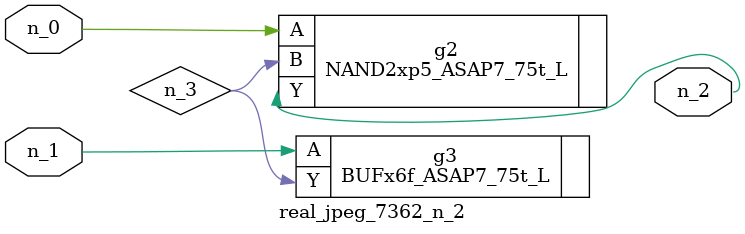
<source format=v>
module real_jpeg_7362_n_2 (n_1, n_0, n_2);

input n_1;
input n_0;

output n_2;

wire n_3;

NAND2xp5_ASAP7_75t_L g2 ( 
.A(n_0),
.B(n_3),
.Y(n_2)
);

BUFx6f_ASAP7_75t_L g3 ( 
.A(n_1),
.Y(n_3)
);


endmodule
</source>
